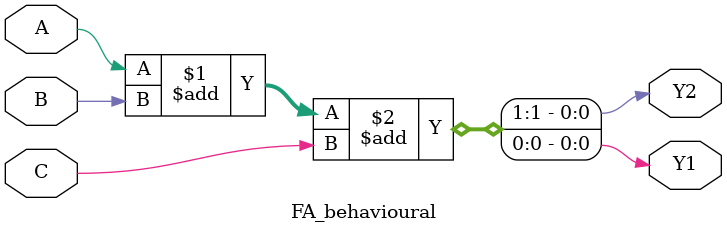
<source format=v>
module FA_behavioural(Y1,Y2,A,B,C);
output Y1,Y2;
input A,B,C;

assign {Y2,Y1} = A+B+C;

endmodule
</source>
